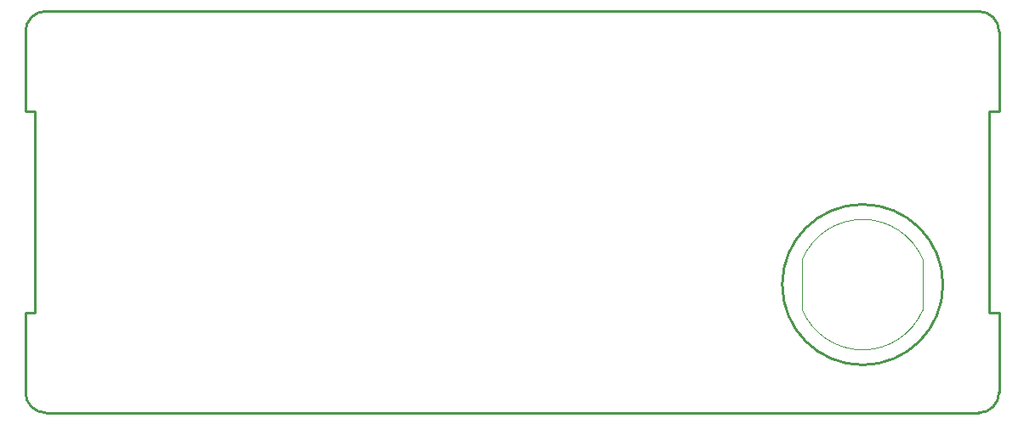
<source format=gm1>
G04*
G04 #@! TF.GenerationSoftware,Altium Limited,Altium Designer,23.0.1 (38)*
G04*
G04 Layer_Color=16711935*
%FSLAX25Y25*%
%MOIN*%
G70*
G04*
G04 #@! TF.SameCoordinates,4576DBD2-755A-4E65-B73B-460D234F7A32*
G04*
G04*
G04 #@! TF.FilePolarity,Positive*
G04*
G01*
G75*
%ADD13C,0.00098*%
%ADD14C,0.01000*%
%ADD15C,0.00900*%
D13*
X404378Y140157D02*
G03*
X451622Y140157I23622J9843D01*
G01*
Y159843D02*
G03*
X404378Y159843I-23622J-9843D01*
G01*
X451622Y140157D02*
Y159843D01*
X404378Y140157D02*
Y159843D01*
D14*
X459496Y150000D02*
G03*
X459496Y150000I-31496J0D01*
G01*
D15*
X481429Y249342D02*
G03*
X473555Y257217I-7874J0D01*
G01*
X473555Y99736D02*
G03*
X481429Y107610I0J7874D01*
G01*
X107807Y257217D02*
G03*
X99933Y249342I0J-7874D01*
G01*
X99933Y107610D02*
G03*
X107807Y99736I7874J0D01*
G01*
X481429Y217846D02*
Y249342D01*
X481429Y107610D02*
Y139106D01*
X477689Y217846D02*
X481429D01*
X477689Y139106D02*
X481429D01*
X477689D02*
Y217846D01*
X456035Y99736D02*
X473555D01*
X107807Y257217D02*
X473555Y257217D01*
X107807Y99736D02*
X456035D01*
X103673Y139106D02*
Y217846D01*
X99933D02*
X103673D01*
X99933Y139106D02*
X103673D01*
X99933Y217846D02*
Y249342D01*
X99933Y107610D02*
Y139106D01*
M02*

</source>
